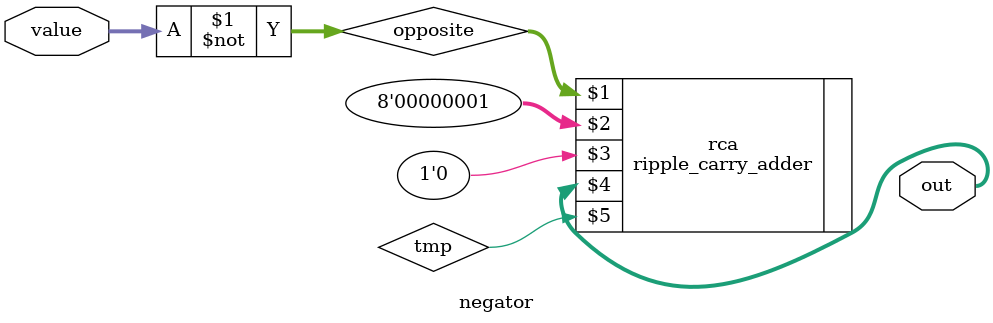
<source format=v>
module negator(
    input[7:0] value,
    output[7:0] out
);

    wire[7:0] opposite;
    wire tmp;

    assign opposite = ~value;
    ripple_carry_adder rca(
        opposite,
        8'b00000001,
        1'b0,
        out,
        tmp
    );

endmodule
</source>
